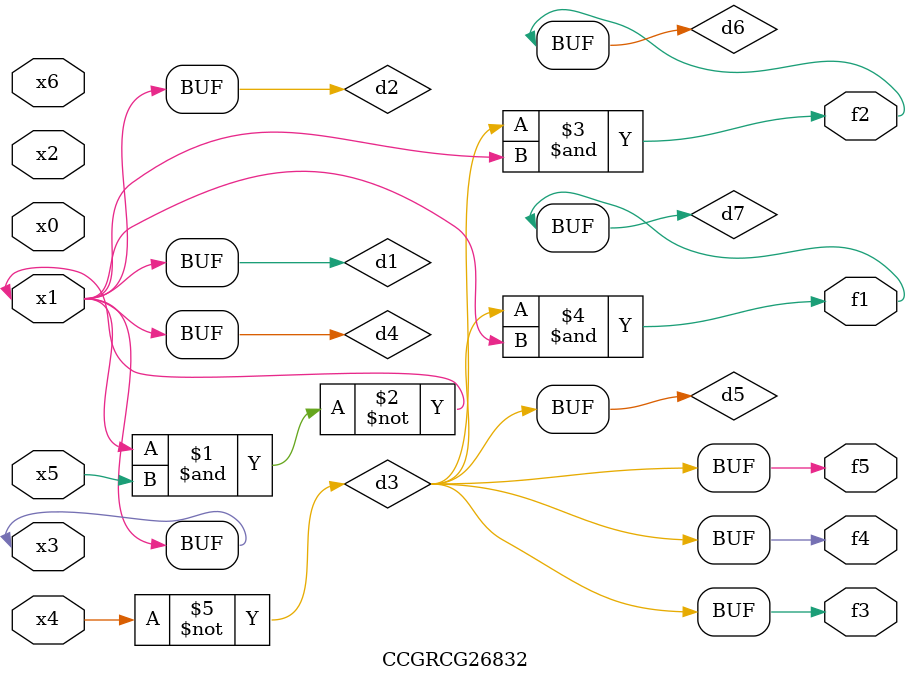
<source format=v>
module CCGRCG26832(
	input x0, x1, x2, x3, x4, x5, x6,
	output f1, f2, f3, f4, f5
);

	wire d1, d2, d3, d4, d5, d6, d7;

	buf (d1, x1, x3);
	nand (d2, x1, x5);
	not (d3, x4);
	buf (d4, d1, d2);
	buf (d5, d3);
	and (d6, d3, d4);
	and (d7, d3, d4);
	assign f1 = d7;
	assign f2 = d6;
	assign f3 = d5;
	assign f4 = d5;
	assign f5 = d5;
endmodule

</source>
